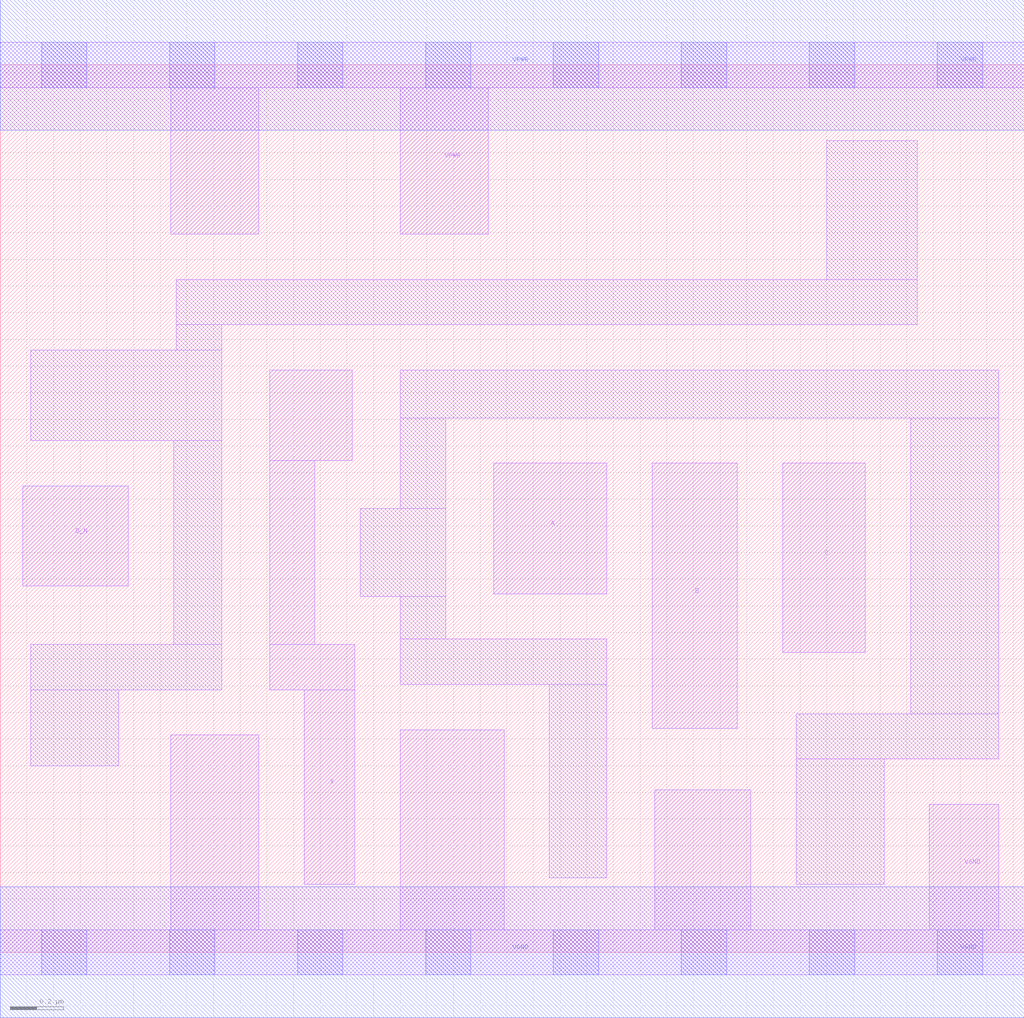
<source format=lef>
# Copyright 2020 The SkyWater PDK Authors
#
# Licensed under the Apache License, Version 2.0 (the "License");
# you may not use this file except in compliance with the License.
# You may obtain a copy of the License at
#
#     https://www.apache.org/licenses/LICENSE-2.0
#
# Unless required by applicable law or agreed to in writing, software
# distributed under the License is distributed on an "AS IS" BASIS,
# WITHOUT WARRANTIES OR CONDITIONS OF ANY KIND, either express or implied.
# See the License for the specific language governing permissions and
# limitations under the License.
#
# SPDX-License-Identifier: Apache-2.0

VERSION 5.7 ;
  NAMESCASESENSITIVE ON ;
  NOWIREEXTENSIONATPIN ON ;
  DIVIDERCHAR "/" ;
  BUSBITCHARS "[]" ;
UNITS
  DATABASE MICRONS 200 ;
END UNITS
MACRO sky130_fd_sc_lp__or4b_2
  CLASS CORE ;
  SOURCE USER ;
  FOREIGN sky130_fd_sc_lp__or4b_2 ;
  ORIGIN  0.000000  0.000000 ;
  SIZE  3.840000 BY  3.330000 ;
  SYMMETRY X Y R90 ;
  SITE unit ;
  PIN A
    ANTENNAGATEAREA  0.126000 ;
    DIRECTION INPUT ;
    USE SIGNAL ;
    PORT
      LAYER li1 ;
        RECT 1.850000 1.345000 2.275000 1.835000 ;
    END
  END A
  PIN B
    ANTENNAGATEAREA  0.126000 ;
    DIRECTION INPUT ;
    USE SIGNAL ;
    PORT
      LAYER li1 ;
        RECT 2.445000 0.840000 2.765000 1.835000 ;
    END
  END B
  PIN C
    ANTENNAGATEAREA  0.126000 ;
    DIRECTION INPUT ;
    USE SIGNAL ;
    PORT
      LAYER li1 ;
        RECT 2.935000 1.125000 3.245000 1.835000 ;
    END
  END C
  PIN D_N
    ANTENNAGATEAREA  0.126000 ;
    DIRECTION INPUT ;
    USE SIGNAL ;
    PORT
      LAYER li1 ;
        RECT 0.085000 1.375000 0.480000 1.750000 ;
    END
  END D_N
  PIN X
    ANTENNADIFFAREA  0.588000 ;
    DIRECTION OUTPUT ;
    USE SIGNAL ;
    PORT
      LAYER li1 ;
        RECT 1.010000 0.985000 1.330000 1.155000 ;
        RECT 1.010000 1.155000 1.180000 1.845000 ;
        RECT 1.010000 1.845000 1.320000 2.185000 ;
        RECT 1.140000 0.255000 1.330000 0.985000 ;
    END
  END X
  PIN VGND
    DIRECTION INOUT ;
    USE GROUND ;
    PORT
      LAYER li1 ;
        RECT 0.000000 -0.085000 3.840000 0.085000 ;
        RECT 0.640000  0.085000 0.970000 0.815000 ;
        RECT 1.500000  0.085000 1.890000 0.835000 ;
        RECT 2.455000  0.085000 2.815000 0.610000 ;
        RECT 3.485000  0.085000 3.745000 0.555000 ;
      LAYER mcon ;
        RECT 0.155000 -0.085000 0.325000 0.085000 ;
        RECT 0.635000 -0.085000 0.805000 0.085000 ;
        RECT 1.115000 -0.085000 1.285000 0.085000 ;
        RECT 1.595000 -0.085000 1.765000 0.085000 ;
        RECT 2.075000 -0.085000 2.245000 0.085000 ;
        RECT 2.555000 -0.085000 2.725000 0.085000 ;
        RECT 3.035000 -0.085000 3.205000 0.085000 ;
        RECT 3.515000 -0.085000 3.685000 0.085000 ;
      LAYER met1 ;
        RECT 0.000000 -0.245000 3.840000 0.245000 ;
    END
  END VGND
  PIN VPWR
    DIRECTION INOUT ;
    USE POWER ;
    PORT
      LAYER li1 ;
        RECT 0.000000 3.245000 3.840000 3.415000 ;
        RECT 0.640000 2.695000 0.970000 3.245000 ;
        RECT 1.500000 2.695000 1.830000 3.245000 ;
      LAYER mcon ;
        RECT 0.155000 3.245000 0.325000 3.415000 ;
        RECT 0.635000 3.245000 0.805000 3.415000 ;
        RECT 1.115000 3.245000 1.285000 3.415000 ;
        RECT 1.595000 3.245000 1.765000 3.415000 ;
        RECT 2.075000 3.245000 2.245000 3.415000 ;
        RECT 2.555000 3.245000 2.725000 3.415000 ;
        RECT 3.035000 3.245000 3.205000 3.415000 ;
        RECT 3.515000 3.245000 3.685000 3.415000 ;
      LAYER met1 ;
        RECT 0.000000 3.085000 3.840000 3.575000 ;
    END
  END VPWR
  OBS
    LAYER li1 ;
      RECT 0.115000 0.700000 0.445000 0.985000 ;
      RECT 0.115000 0.985000 0.830000 1.155000 ;
      RECT 0.115000 1.920000 0.830000 2.260000 ;
      RECT 0.650000 1.155000 0.830000 1.920000 ;
      RECT 0.660000 2.260000 0.830000 2.355000 ;
      RECT 0.660000 2.355000 3.440000 2.525000 ;
      RECT 1.350000 1.335000 1.670000 1.665000 ;
      RECT 1.500000 1.005000 2.275000 1.175000 ;
      RECT 1.500000 1.175000 1.670000 1.335000 ;
      RECT 1.500000 1.665000 1.670000 2.005000 ;
      RECT 1.500000 2.005000 3.745000 2.185000 ;
      RECT 2.060000 0.280000 2.275000 1.005000 ;
      RECT 2.985000 0.255000 3.315000 0.725000 ;
      RECT 2.985000 0.725000 3.745000 0.895000 ;
      RECT 3.100000 2.525000 3.440000 3.045000 ;
      RECT 3.415000 0.895000 3.745000 2.005000 ;
  END
END sky130_fd_sc_lp__or4b_2

</source>
